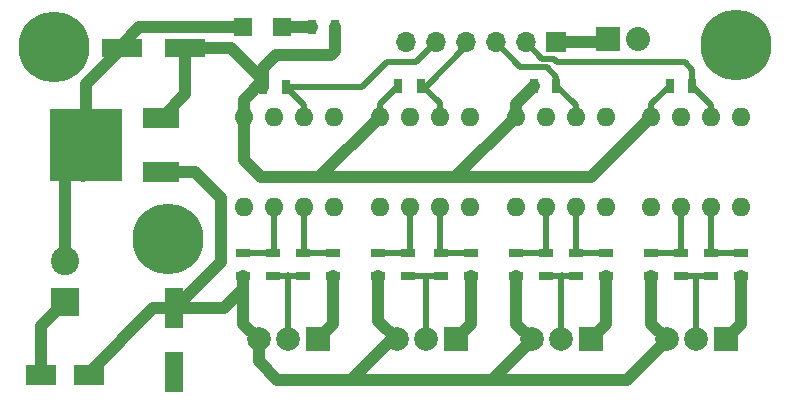
<source format=gbr>
G04 #@! TF.FileFunction,Copper,L1,Top,Signal*
%FSLAX46Y46*%
G04 Gerber Fmt 4.6, Leading zero omitted, Abs format (unit mm)*
G04 Created by KiCad (PCBNEW 4.0.6+dfsg1-1) date Wed Nov 29 19:27:18 2017*
%MOMM*%
%LPD*%
G01*
G04 APERTURE LIST*
%ADD10C,0.100000*%
%ADD11R,2.000000X2.000000*%
%ADD12C,2.000000*%
%ADD13O,1.600000X1.600000*%
%ADD14R,2.400000X2.400000*%
%ADD15C,2.400000*%
%ADD16R,2.500000X1.800000*%
%ADD17R,1.700000X1.700000*%
%ADD18O,1.700000X1.700000*%
%ADD19R,1.600000X3.500000*%
%ADD20R,3.500000X1.600000*%
%ADD21R,1.500000X1.500000*%
%ADD22R,0.700000X1.300000*%
%ADD23R,1.300000X0.700000*%
%ADD24R,3.048000X1.651000*%
%ADD25R,6.096000X6.096000*%
%ADD26R,2.032000X2.032000*%
%ADD27O,2.032000X2.032000*%
%ADD28C,6.000000*%
%ADD29C,0.600000*%
%ADD30C,1.000000*%
%ADD31C,0.500000*%
%ADD32C,0.250000*%
G04 APERTURE END LIST*
D10*
D11*
X200964800Y-119735600D03*
D12*
X198424800Y-119735600D03*
X195924800Y-119735600D03*
D13*
X183000000Y-108500000D03*
X185540000Y-108500000D03*
X188080000Y-108500000D03*
X190620000Y-108500000D03*
X190620000Y-100880000D03*
X188080000Y-100880000D03*
X185540000Y-100880000D03*
X183000000Y-100880000D03*
D14*
X167838800Y-116579600D03*
D15*
X167838800Y-113079600D03*
D16*
X169838800Y-122779600D03*
X165838800Y-122779600D03*
D17*
X209400000Y-94600000D03*
D18*
X206860000Y-94600000D03*
X204320000Y-94600000D03*
X201780000Y-94600000D03*
X199240000Y-94600000D03*
X196700000Y-94600000D03*
D19*
X177038800Y-117079600D03*
X177038800Y-122479600D03*
D20*
X178038800Y-95079600D03*
X172638800Y-95079600D03*
D21*
X186188800Y-93279600D03*
X182888800Y-93279600D03*
D13*
X194500000Y-108500000D03*
X197040000Y-108500000D03*
X199580000Y-108500000D03*
X202120000Y-108500000D03*
X202120000Y-100880000D03*
X199580000Y-100880000D03*
X197040000Y-100880000D03*
X194500000Y-100880000D03*
X206000000Y-108500000D03*
X208540000Y-108500000D03*
X211080000Y-108500000D03*
X213620000Y-108500000D03*
X213620000Y-100880000D03*
X211080000Y-100880000D03*
X208540000Y-100880000D03*
X206000000Y-100880000D03*
X217500000Y-108500000D03*
X220040000Y-108500000D03*
X222580000Y-108500000D03*
X225120000Y-108500000D03*
X225120000Y-100880000D03*
X222580000Y-100880000D03*
X220040000Y-100880000D03*
X217500000Y-100880000D03*
D11*
X223824800Y-119735600D03*
D12*
X221284800Y-119735600D03*
X218784800Y-119735600D03*
D11*
X212394800Y-119735600D03*
D12*
X209854800Y-119735600D03*
X207354800Y-119735600D03*
D11*
X189280800Y-119735600D03*
D12*
X186740800Y-119735600D03*
X184240800Y-119735600D03*
D22*
X190688800Y-93279600D03*
X188788800Y-93279600D03*
D23*
X220014800Y-112435600D03*
X220014800Y-114335600D03*
X222554800Y-112435600D03*
X222554800Y-114335600D03*
X208584800Y-112435600D03*
X208584800Y-114335600D03*
X211124800Y-112435600D03*
X211124800Y-114335600D03*
X217474800Y-112435600D03*
X217474800Y-114335600D03*
X225094800Y-114335600D03*
X225094800Y-112435600D03*
X206044800Y-112435600D03*
X206044800Y-114335600D03*
X213664800Y-114335600D03*
X213664800Y-112435600D03*
D22*
X220950000Y-98250000D03*
X219050000Y-98250000D03*
X209450000Y-98250000D03*
X207550000Y-98250000D03*
D23*
X196900800Y-112435600D03*
X196900800Y-114335600D03*
X199694800Y-112435600D03*
X199694800Y-114335600D03*
X185470800Y-112435600D03*
X185470800Y-114335600D03*
X188010800Y-112435600D03*
X188010800Y-114335600D03*
X194360800Y-112435600D03*
X194360800Y-114335600D03*
X202234800Y-114335600D03*
X202234800Y-112435600D03*
X182930800Y-112435600D03*
X182930800Y-114335600D03*
X190550800Y-114335600D03*
X190550800Y-112435600D03*
D22*
X197950000Y-98250000D03*
X196050000Y-98250000D03*
X186550000Y-98400000D03*
X184650000Y-98400000D03*
D24*
X175938800Y-105565600D03*
D25*
X169588800Y-103279600D03*
D24*
X175938800Y-100993600D03*
D26*
X213838800Y-94279600D03*
D27*
X216378800Y-94279600D03*
D28*
X224638800Y-94779600D03*
X166938800Y-94979600D03*
X176538800Y-111279600D03*
D29*
X176938800Y-122379600D03*
X182888800Y-93279600D03*
D30*
X176938800Y-122379600D02*
X177038800Y-122479600D01*
X167838800Y-113079600D02*
X167838800Y-105029600D01*
X167838800Y-105029600D02*
X169588800Y-103279600D01*
X225094800Y-114335600D02*
X225094800Y-118465600D01*
X225094800Y-118465600D02*
X223824800Y-119735600D01*
X213664800Y-114335600D02*
X213664800Y-118465600D01*
X213664800Y-118465600D02*
X212394800Y-119735600D01*
X202234800Y-114335600D02*
X202234800Y-118465600D01*
X202234800Y-118465600D02*
X200964800Y-119735600D01*
X190550800Y-114335600D02*
X190550800Y-118465600D01*
X190550800Y-118465600D02*
X189280800Y-119735600D01*
X169338800Y-103529600D02*
X169588800Y-103279600D01*
X169588800Y-103279600D02*
X169588800Y-98129600D01*
X169588800Y-98129600D02*
X172638800Y-95079600D01*
X172638800Y-95079600D02*
X172638800Y-94779600D01*
X172638800Y-94779600D02*
X174138800Y-93279600D01*
X174138800Y-93279600D02*
X182888800Y-93279600D01*
X169338800Y-105929600D02*
X171988800Y-103279600D01*
X177038800Y-117079600D02*
X177138800Y-117079600D01*
X177138800Y-117079600D02*
X181038800Y-113179600D01*
X178824800Y-105565600D02*
X175938800Y-105565600D01*
X181038800Y-107779600D02*
X178824800Y-105565600D01*
X181038800Y-113179600D02*
X181038800Y-107779600D01*
X177038800Y-117079600D02*
X181338800Y-117079600D01*
X181338800Y-117079600D02*
X182913800Y-115504600D01*
X169838800Y-122779600D02*
X169838800Y-122579600D01*
X169838800Y-122579600D02*
X175338800Y-117079600D01*
X175338800Y-117079600D02*
X177038800Y-117079600D01*
X217474800Y-114335600D02*
X217474800Y-118425600D01*
X217474800Y-118425600D02*
X218784800Y-119735600D01*
X206044800Y-114335600D02*
X206044800Y-118425600D01*
X206044800Y-118425600D02*
X207354800Y-119735600D01*
X194360800Y-114335600D02*
X194360800Y-118171600D01*
X194360800Y-118171600D02*
X195924800Y-119735600D01*
X182913800Y-115254600D02*
X182913800Y-115504600D01*
X182913800Y-115254600D02*
X182930800Y-115237600D01*
X182930800Y-115237600D02*
X182930800Y-114335600D01*
X182913800Y-115504600D02*
X182913800Y-118408600D01*
X182913800Y-118408600D02*
X184240800Y-119735600D01*
X192074800Y-123164600D02*
X185823800Y-123164600D01*
X185823800Y-123164600D02*
X184240800Y-121581600D01*
X184240800Y-121581600D02*
X184240800Y-119735600D01*
X207354800Y-119735600D02*
X207354800Y-119822600D01*
X207354800Y-119822600D02*
X204012800Y-123164600D01*
X195924800Y-119735600D02*
X195503800Y-119735600D01*
X195503800Y-119735600D02*
X192074800Y-123164600D01*
X184240800Y-119735600D02*
X184240800Y-120330600D01*
X218784800Y-119735600D02*
X218784800Y-119822600D01*
X218784800Y-119822600D02*
X215442800Y-123164600D01*
X215442800Y-123164600D02*
X204012800Y-123164600D01*
X204012800Y-123164600D02*
X192074800Y-123164600D01*
D31*
X217500000Y-100880000D02*
X217500000Y-99800000D01*
X217500000Y-99800000D02*
X219050000Y-98250000D01*
X194500000Y-100880000D02*
X194500000Y-99800000D01*
X194500000Y-99800000D02*
X196050000Y-98250000D01*
D30*
X206000000Y-100880000D02*
X206000000Y-99800000D01*
X206000000Y-99800000D02*
X207550000Y-98250000D01*
X183000000Y-100880000D02*
X183000000Y-99440800D01*
X183000000Y-99440800D02*
X184650000Y-97790800D01*
X184650000Y-97790800D02*
X184650000Y-98400000D01*
X175938800Y-100993600D02*
X176024800Y-100993600D01*
X176024800Y-100993600D02*
X178038800Y-98979600D01*
X178038800Y-98979600D02*
X178038800Y-95079600D01*
X178038800Y-95079600D02*
X181938800Y-95079600D01*
X181938800Y-95079600D02*
X184650000Y-97790800D01*
X184650000Y-97790800D02*
X184650000Y-98400000D01*
X184650000Y-98400000D02*
X184650000Y-96768400D01*
X190688800Y-95329600D02*
X190688800Y-93279600D01*
X190338800Y-95679600D02*
X190688800Y-95329600D01*
X185738800Y-95679600D02*
X190338800Y-95679600D01*
X184650000Y-96768400D02*
X185738800Y-95679600D01*
X183000000Y-102445200D02*
X183000000Y-104540800D01*
X184459200Y-106000000D02*
X189331600Y-106000000D01*
X183000000Y-104540800D02*
X184459200Y-106000000D01*
X200880000Y-106000000D02*
X212380000Y-106000000D01*
X212380000Y-106000000D02*
X217500000Y-100880000D01*
X189331600Y-106000000D02*
X200880000Y-106000000D01*
X200880000Y-106000000D02*
X206000000Y-100880000D01*
X189331600Y-106000000D02*
X189380000Y-106000000D01*
X189380000Y-106000000D02*
X194500000Y-100880000D01*
X183000000Y-102445200D02*
X183000000Y-100880000D01*
D31*
X183000000Y-102445200D02*
X183000000Y-100880000D01*
X212380000Y-106000000D02*
X217500000Y-100880000D01*
X189380000Y-106000000D02*
X200880000Y-106000000D01*
X200880000Y-106000000D02*
X206000000Y-100880000D01*
X189380000Y-106000000D02*
X194500000Y-100880000D01*
X221284800Y-119735600D02*
X221284800Y-114335600D01*
X221338800Y-114479600D02*
X221338800Y-114335600D01*
X221338800Y-114389600D02*
X221338800Y-114479600D01*
X221284800Y-114335600D02*
X221338800Y-114389600D01*
X220014800Y-114335600D02*
X221338800Y-114335600D01*
X221338800Y-114335600D02*
X222554800Y-114335600D01*
X209854800Y-119735600D02*
X209854800Y-114335600D01*
X209938800Y-114279600D02*
X209938800Y-114335600D01*
X209910800Y-114279600D02*
X209938800Y-114279600D01*
X209854800Y-114335600D02*
X209910800Y-114279600D01*
X208584800Y-114335600D02*
X209938800Y-114335600D01*
X209938800Y-114335600D02*
X211124800Y-114335600D01*
X198424800Y-119735600D02*
X198424800Y-114335600D01*
X198538800Y-114479600D02*
X198538800Y-114335600D01*
X198538800Y-114449600D02*
X198538800Y-114479600D01*
X198424800Y-114335600D02*
X198538800Y-114449600D01*
X196900800Y-114335600D02*
X198538800Y-114335600D01*
X198538800Y-114335600D02*
X199694800Y-114335600D01*
X186740800Y-119735600D02*
X186740800Y-114335600D01*
X186738800Y-114279600D02*
X186738800Y-114335600D01*
X186738800Y-114333600D02*
X186738800Y-114279600D01*
X186740800Y-114335600D02*
X186738800Y-114333600D01*
X185470800Y-114335600D02*
X186738800Y-114335600D01*
X186738800Y-114335600D02*
X188010800Y-114335600D01*
X220950000Y-98250000D02*
X220950000Y-96890800D01*
X208239598Y-95979598D02*
X206860000Y-94600000D01*
X209238798Y-95979598D02*
X208239598Y-95979598D01*
X209538800Y-96279600D02*
X209238798Y-95979598D01*
X220338800Y-96279600D02*
X209538800Y-96279600D01*
X220950000Y-96890800D02*
X220338800Y-96279600D01*
X222580000Y-100880000D02*
X222580000Y-99880000D01*
X222580000Y-99880000D02*
X220950000Y-98250000D01*
D32*
X206860000Y-95210000D02*
X206860000Y-94600000D01*
D31*
X211080000Y-100880000D02*
X211080000Y-99880000D01*
X211080000Y-99880000D02*
X209450000Y-98250000D01*
X209450000Y-98250000D02*
X209450000Y-97490800D01*
X206399600Y-96679600D02*
X204320000Y-94600000D01*
X208638800Y-96679600D02*
X206399600Y-96679600D01*
X209450000Y-97490800D02*
X208638800Y-96679600D01*
D32*
X209450000Y-98250000D02*
X209450000Y-97990800D01*
D31*
X199580000Y-100880000D02*
X199580000Y-99720800D01*
X199580000Y-99720800D02*
X198109200Y-98250000D01*
X198109200Y-98250000D02*
X197950000Y-98250000D01*
X197950000Y-98250000D02*
X198468400Y-98250000D01*
X198468400Y-98250000D02*
X201780000Y-94938400D01*
X201780000Y-94938400D02*
X201780000Y-94600000D01*
D32*
X197950000Y-98250000D02*
X198130000Y-98250000D01*
D31*
X188080000Y-100880000D02*
X188080000Y-99930000D01*
X188080000Y-99930000D02*
X186550000Y-98400000D01*
X186550000Y-98400000D02*
X193018400Y-98400000D01*
X197560400Y-96279600D02*
X199240000Y-94600000D01*
X195138800Y-96279600D02*
X197560400Y-96279600D01*
X193018400Y-98400000D02*
X195138800Y-96279600D01*
X217474800Y-112435600D02*
X220014800Y-112435600D01*
X220040000Y-108500000D02*
X220040000Y-112410400D01*
X220040000Y-112410400D02*
X220014800Y-112435600D01*
X222554800Y-112435600D02*
X225094800Y-112435600D01*
X222580000Y-108500000D02*
X222580000Y-112410400D01*
X222580000Y-112410400D02*
X222554800Y-112435600D01*
X208584800Y-112435600D02*
X206044800Y-112435600D01*
X208540000Y-108500000D02*
X208540000Y-112390800D01*
X208540000Y-112390800D02*
X208584800Y-112435600D01*
X211124800Y-112435600D02*
X213664800Y-112435600D01*
X211080000Y-108500000D02*
X211080000Y-112390800D01*
X211080000Y-112390800D02*
X211124800Y-112435600D01*
X197040000Y-108500000D02*
X197040000Y-112296400D01*
X197040000Y-112296400D02*
X196900800Y-112435600D01*
X194360800Y-112435600D02*
X196900800Y-112435600D01*
X196900800Y-108639200D02*
X197040000Y-108500000D01*
X202234800Y-112435600D02*
X199694800Y-112435600D01*
X199580000Y-108500000D02*
X199580000Y-112320800D01*
X199580000Y-112320800D02*
X199694800Y-112435600D01*
X199694800Y-108614800D02*
X199580000Y-108500000D01*
X185470800Y-112435600D02*
X182930800Y-112435600D01*
X185540000Y-108500000D02*
X185540000Y-112366400D01*
X185540000Y-112366400D02*
X185470800Y-112435600D01*
X188080000Y-108500000D02*
X188080000Y-112366400D01*
X188080000Y-112366400D02*
X188010800Y-112435600D01*
X188010800Y-112435600D02*
X190550800Y-112435600D01*
D30*
X186188800Y-93279600D02*
X188788800Y-93279600D01*
X165838800Y-122779600D02*
X165838800Y-118579600D01*
X165838800Y-118579600D02*
X167838800Y-116579600D01*
X209400000Y-94600000D02*
X213518400Y-94600000D01*
X213518400Y-94600000D02*
X213838800Y-94279600D01*
M02*

</source>
